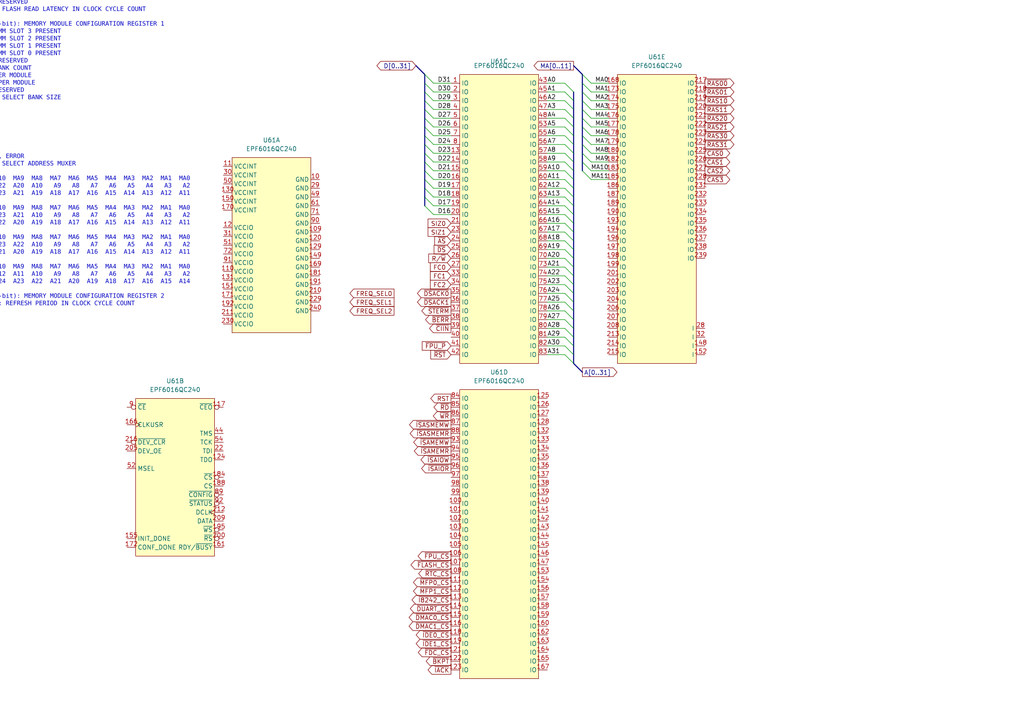
<source format=kicad_sch>
(kicad_sch (version 20230121) (generator eeschema)
  (paper "A4")
  (lib_symbols
    (symbol "m68k-hbc-ic:EPF6016QC240"
      (property "Reference" "U" (at 0 45.72 0))
      (property "Value" "EPF6016QC240" (at 0 43.18 0))
      (symbol "EPF6016QC240_1_0"
        (pin power_in line (at 13.97 5.08 180) (length 2.54) (name "GND") (number "109"))
        (pin power_in line (at -13.97 -6.35 0) (length 2.54) (name "VCCIO") (number "110"))
        (pin power_in line (at -13.97 6.35 0) (length 2.54) (name "VCCIO") (number "12"))
        (pin power_in line (at 13.97 2.54 180) (length 2.54) (name "GND") (number "120"))
        (pin power_in line (at 13.97 0 180) (length 2.54) (name "GND") (number "129"))
        (pin power_in line (at -13.97 -8.89 0) (length 2.54) (name "VCCIO") (number "131"))
        (pin power_in line (at 13.97 -2.54 180) (length 2.54) (name "GND") (number "149"))
        (pin power_in line (at -13.97 -11.43 0) (length 2.54) (name "VCCIO") (number "151"))
        (pin power_in line (at 13.97 -5.08 180) (length 2.54) (name "GND") (number "169"))
        (pin power_in line (at -13.97 -13.97 0) (length 2.54) (name "VCCIO") (number "171"))
        (pin power_in line (at 13.97 -10.16 180) (length 2.54) (name "GND") (number "191"))
        (pin power_in line (at -13.97 -16.51 0) (length 2.54) (name "VCCIO") (number "192"))
        (pin power_in line (at 13.97 -15.24 180) (length 2.54) (name "GND") (number "229"))
        (pin power_in line (at -13.97 -21.59 0) (length 2.54) (name "VCCIO") (number "230"))
        (pin power_in line (at 13.97 17.78 180) (length 2.54) (name "GND") (number "29"))
        (pin power_in line (at -13.97 21.59 0) (length 2.54) (name "VCCINT") (number "30"))
        (pin power_in line (at -13.97 3.81 0) (length 2.54) (name "VCCIO") (number "31"))
        (pin power_in line (at 13.97 15.24 180) (length 2.54) (name "GND") (number "49"))
        (pin power_in line (at -13.97 19.05 0) (length 2.54) (name "VCCINT") (number "50"))
        (pin power_in line (at -13.97 1.27 0) (length 2.54) (name "VCCIO") (number "51"))
        (pin power_in line (at 13.97 12.7 180) (length 2.54) (name "GND") (number "61"))
        (pin power_in line (at 13.97 10.16 180) (length 2.54) (name "GND") (number "71"))
        (pin power_in line (at -13.97 -1.27 0) (length 2.54) (name "VCCIO") (number "72"))
      )
      (symbol "EPF6016QC240_1_1"
        (rectangle (start -11.43 26.67) (end 11.43 -24.13) (fill (type background)))
        (pin power_in line (at 13.97 20.32 180) (length 2.54) (name "GND") (number "10"))
        (pin power_in line (at -13.97 24.13 0) (length 2.54) (name "VCCINT") (number "11"))
        (pin power_in line (at -13.97 16.51 0) (length 2.54) (name "VCCINT") (number "130"))
        (pin power_in line (at -13.97 13.97 0) (length 2.54) (name "VCCINT") (number "150"))
        (pin power_in line (at -13.97 11.43 0) (length 2.54) (name "VCCINT") (number "170"))
        (pin power_in line (at 13.97 -7.62 180) (length 2.54) (name "GND") (number "181"))
        (pin power_in line (at 13.97 -12.7 180) (length 2.54) (name "GND") (number "210"))
        (pin power_in line (at -13.97 -19.05 0) (length 2.54) (name "VCCIO") (number "211"))
        (pin power_in line (at 13.97 -17.78 180) (length 2.54) (name "GND") (number "240"))
        (pin power_in line (at 13.97 7.62 180) (length 2.54) (name "GND") (number "90"))
        (pin power_in line (at -13.97 -3.81 0) (length 2.54) (name "VCCIO") (number "91"))
      )
      (symbol "EPF6016QC240_2_0"
        (pin output inverted (at 13.97 20.32 180) (length 2.54) (name "~{CEO}") (number "117"))
        (pin bidirectional line (at 13.97 -20.32 180) (length 2.54) (name "RDY/~{BUSY}") (number "161"))
        (pin input clock (at -13.97 15.24 0) (length 2.54) (name "CLKUSR") (number "166"))
        (pin bidirectional line (at -13.97 -20.32 0) (length 2.54) (name "CONF_DONE") (number "172"))
        (pin bidirectional inverted (at 13.97 0 180) (length 2.54) (name "~{CS}") (number "184"))
        (pin bidirectional inverted (at 13.97 -15.24 180) (length 2.54) (name "~{WS}") (number "195"))
        (pin bidirectional inverted (at 13.97 -17.78 180) (length 2.54) (name "~{RS}") (number "200"))
        (pin input line (at 13.97 12.7 180) (length 2.54) (name "TMS") (number "44"))
        (pin input line (at 13.97 10.16 180) (length 2.54) (name "TCK") (number "54"))
        (pin input inverted (at -13.97 20.32 0) (length 2.54) (name "~{CE}") (number "9"))
      )
      (symbol "EPF6016QC240_2_1"
        (rectangle (start -11.43 22.86) (end 11.43 -22.86) (fill (type background)))
        (pin output line (at 13.97 5.08 180) (length 2.54) (name "TDO") (number "124"))
        (pin bidirectional line (at -13.97 -17.78 0) (length 2.54) (name "INIT_DONE") (number "155"))
        (pin bidirectional line (at 13.97 -2.54 180) (length 2.54) (name "CS") (number "188"))
        (pin bidirectional line (at -13.97 7.62 0) (length 2.54) (name "DEV_OE") (number "205"))
        (pin input line (at 13.97 -12.7 180) (length 2.54) (name "DATA") (number "209"))
        (pin bidirectional clock (at 13.97 -10.16 180) (length 2.54) (name "DCLK") (number "212"))
        (pin bidirectional inverted (at -13.97 10.16 0) (length 2.54) (name "~{DEV_CLR}") (number "216"))
        (pin input line (at 13.97 7.62 180) (length 2.54) (name "TDI") (number "22"))
        (pin input line (at -13.97 2.54 0) (length 2.54) (name "MSEL") (number "52"))
        (pin bidirectional inverted (at 13.97 -5.08 180) (length 2.54) (name "~{CONFIG}") (number "89"))
        (pin bidirectional inverted (at 13.97 -7.62 180) (length 2.54) (name "~{STATUS}") (number "92"))
      )
      (symbol "EPF6016QC240_3_0"
        (pin bidirectional line (at -13.97 39.37 0) (length 2.54) (name "IO") (number "1"))
        (pin bidirectional line (at -13.97 19.05 0) (length 2.54) (name "IO") (number "13"))
        (pin bidirectional line (at -13.97 16.51 0) (length 2.54) (name "IO") (number "14"))
        (pin bidirectional line (at -13.97 13.97 0) (length 2.54) (name "IO") (number "15"))
        (pin bidirectional line (at -13.97 8.89 0) (length 2.54) (name "IO") (number "17"))
        (pin bidirectional line (at -13.97 6.35 0) (length 2.54) (name "IO") (number "18"))
        (pin bidirectional line (at -13.97 3.81 0) (length 2.54) (name "IO") (number "19"))
        (pin bidirectional line (at -13.97 -1.27 0) (length 2.54) (name "IO") (number "21"))
        (pin bidirectional line (at -13.97 -6.35 0) (length 2.54) (name "IO") (number "24"))
        (pin bidirectional line (at -13.97 -8.89 0) (length 2.54) (name "IO") (number "25"))
        (pin bidirectional line (at -13.97 -16.51 0) (length 2.54) (name "IO") (number "33"))
        (pin bidirectional line (at -13.97 -19.05 0) (length 2.54) (name "IO") (number "34"))
        (pin bidirectional line (at -13.97 -21.59 0) (length 2.54) (name "IO") (number "35"))
        (pin bidirectional line (at -13.97 -24.13 0) (length 2.54) (name "IO") (number "36"))
        (pin bidirectional line (at -13.97 -29.21 0) (length 2.54) (name "IO") (number "38"))
        (pin bidirectional line (at -13.97 -31.75 0) (length 2.54) (name "IO") (number "39"))
        (pin bidirectional line (at -13.97 -34.29 0) (length 2.54) (name "IO") (number "40"))
        (pin bidirectional line (at -13.97 -36.83 0) (length 2.54) (name "IO") (number "41"))
        (pin bidirectional line (at 13.97 39.37 180) (length 2.54) (name "IO") (number "43"))
        (pin bidirectional line (at 13.97 36.83 180) (length 2.54) (name "IO") (number "45"))
        (pin bidirectional line (at 13.97 34.29 180) (length 2.54) (name "IO") (number "46"))
        (pin bidirectional line (at 13.97 29.21 180) (length 2.54) (name "IO") (number "48"))
        (pin bidirectional line (at 13.97 26.67 180) (length 2.54) (name "IO") (number "53"))
        (pin bidirectional line (at 13.97 24.13 180) (length 2.54) (name "IO") (number "55"))
        (pin bidirectional line (at 13.97 21.59 180) (length 2.54) (name "IO") (number "56"))
        (pin bidirectional line (at -13.97 26.67 0) (length 2.54) (name "IO") (number "6"))
        (pin bidirectional line (at 13.97 8.89 180) (length 2.54) (name "IO") (number "62"))
        (pin bidirectional line (at 13.97 6.35 180) (length 2.54) (name "IO") (number "63"))
        (pin bidirectional line (at 13.97 3.81 180) (length 2.54) (name "IO") (number "64"))
        (pin bidirectional line (at 13.97 1.27 180) (length 2.54) (name "IO") (number "65"))
        (pin bidirectional line (at 13.97 -1.27 180) (length 2.54) (name "IO") (number "66"))
        (pin bidirectional line (at 13.97 -3.81 180) (length 2.54) (name "IO") (number "67"))
        (pin bidirectional line (at 13.97 -6.35 180) (length 2.54) (name "IO") (number "68"))
        (pin bidirectional line (at -13.97 24.13 0) (length 2.54) (name "IO") (number "7"))
        (pin bidirectional line (at 13.97 -11.43 180) (length 2.54) (name "IO") (number "70"))
        (pin bidirectional line (at 13.97 -16.51 180) (length 2.54) (name "IO") (number "74"))
        (pin bidirectional line (at 13.97 -19.05 180) (length 2.54) (name "IO") (number "75"))
        (pin bidirectional line (at 13.97 -26.67 180) (length 2.54) (name "IO") (number "78"))
        (pin bidirectional line (at 13.97 -29.21 180) (length 2.54) (name "IO") (number "79"))
        (pin bidirectional line (at -13.97 21.59 0) (length 2.54) (name "IO") (number "8"))
        (pin bidirectional line (at 13.97 -31.75 180) (length 2.54) (name "IO") (number "80"))
        (pin bidirectional line (at 13.97 -34.29 180) (length 2.54) (name "IO") (number "81"))
        (pin bidirectional line (at 13.97 -36.83 180) (length 2.54) (name "IO") (number "82"))
        (pin bidirectional line (at 13.97 -39.37 180) (length 2.54) (name "IO") (number "83"))
      )
      (symbol "EPF6016QC240_3_1"
        (rectangle (start -11.43 41.91) (end 11.43 -41.91) (fill (type background)))
        (pin bidirectional line (at -13.97 11.43 0) (length 2.54) (name "IO") (number "16"))
        (pin bidirectional line (at -13.97 36.83 0) (length 2.54) (name "IO") (number "2"))
        (pin bidirectional line (at -13.97 1.27 0) (length 2.54) (name "IO") (number "20"))
        (pin bidirectional line (at -13.97 -3.81 0) (length 2.54) (name "IO") (number "23"))
        (pin bidirectional line (at -13.97 -11.43 0) (length 2.54) (name "IO") (number "26"))
        (pin bidirectional line (at -13.97 -13.97 0) (length 2.54) (name "IO") (number "27"))
        (pin bidirectional line (at -13.97 34.29 0) (length 2.54) (name "IO") (number "3"))
        (pin bidirectional line (at -13.97 -26.67 0) (length 2.54) (name "IO") (number "37"))
        (pin bidirectional line (at -13.97 31.75 0) (length 2.54) (name "IO") (number "4"))
        (pin bidirectional line (at -13.97 -39.37 0) (length 2.54) (name "IO") (number "42"))
        (pin bidirectional line (at 13.97 31.75 180) (length 2.54) (name "IO") (number "47"))
        (pin bidirectional line (at -13.97 29.21 0) (length 2.54) (name "IO") (number "5"))
        (pin bidirectional line (at 13.97 19.05 180) (length 2.54) (name "IO") (number "57"))
        (pin bidirectional line (at 13.97 16.51 180) (length 2.54) (name "IO") (number "58"))
        (pin bidirectional line (at 13.97 13.97 180) (length 2.54) (name "IO") (number "59"))
        (pin bidirectional line (at 13.97 11.43 180) (length 2.54) (name "IO") (number "60"))
        (pin bidirectional line (at 13.97 -8.89 180) (length 2.54) (name "IO") (number "69"))
        (pin bidirectional line (at 13.97 -13.97 180) (length 2.54) (name "IO") (number "73"))
        (pin bidirectional line (at 13.97 -21.59 180) (length 2.54) (name "IO") (number "76"))
        (pin bidirectional line (at 13.97 -24.13 180) (length 2.54) (name "IO") (number "77"))
      )
      (symbol "EPF6016QC240_4_0"
        (pin bidirectional line (at -13.97 8.89 0) (length 2.54) (name "IO") (number "100"))
        (pin bidirectional line (at -13.97 6.35 0) (length 2.54) (name "IO") (number "101"))
        (pin bidirectional line (at -13.97 3.81 0) (length 2.54) (name "IO") (number "102"))
        (pin bidirectional line (at -13.97 1.27 0) (length 2.54) (name "IO") (number "103"))
        (pin bidirectional line (at -13.97 -3.81 0) (length 2.54) (name "IO") (number "105"))
        (pin bidirectional line (at -13.97 -6.35 0) (length 2.54) (name "IO") (number "106"))
        (pin bidirectional line (at -13.97 -8.89 0) (length 2.54) (name "IO") (number "107"))
        (pin bidirectional line (at -13.97 -11.43 0) (length 2.54) (name "IO") (number "108"))
        (pin bidirectional line (at -13.97 -13.97 0) (length 2.54) (name "IO") (number "111"))
        (pin bidirectional line (at -13.97 -19.05 0) (length 2.54) (name "IO") (number "113"))
        (pin bidirectional line (at -13.97 -21.59 0) (length 2.54) (name "IO") (number "114"))
        (pin bidirectional line (at -13.97 -24.13 0) (length 2.54) (name "IO") (number "115"))
        (pin bidirectional line (at -13.97 -26.67 0) (length 2.54) (name "IO") (number "116"))
        (pin bidirectional line (at -13.97 -29.21 0) (length 2.54) (name "IO") (number "118"))
        (pin bidirectional line (at -13.97 -31.75 0) (length 2.54) (name "IO") (number "119"))
        (pin bidirectional line (at 13.97 36.83 180) (length 2.54) (name "IO") (number "126"))
        (pin bidirectional line (at 13.97 34.29 180) (length 2.54) (name "IO") (number "127"))
        (pin bidirectional line (at 13.97 31.75 180) (length 2.54) (name "IO") (number "128"))
        (pin bidirectional line (at 13.97 29.21 180) (length 2.54) (name "IO") (number "132"))
        (pin bidirectional line (at 13.97 26.67 180) (length 2.54) (name "IO") (number "133"))
        (pin bidirectional line (at 13.97 24.13 180) (length 2.54) (name "IO") (number "134"))
        (pin bidirectional line (at 13.97 19.05 180) (length 2.54) (name "IO") (number "136"))
        (pin bidirectional line (at 13.97 16.51 180) (length 2.54) (name "IO") (number "137"))
        (pin bidirectional line (at 13.97 13.97 180) (length 2.54) (name "IO") (number "138"))
        (pin bidirectional line (at 13.97 11.43 180) (length 2.54) (name "IO") (number "139"))
        (pin bidirectional line (at 13.97 6.35 180) (length 2.54) (name "IO") (number "141"))
        (pin bidirectional line (at 13.97 3.81 180) (length 2.54) (name "IO") (number "142"))
        (pin bidirectional line (at 13.97 1.27 180) (length 2.54) (name "IO") (number "143"))
        (pin bidirectional line (at 13.97 -1.27 180) (length 2.54) (name "IO") (number "144"))
        (pin bidirectional line (at 13.97 -6.35 180) (length 2.54) (name "IO") (number "146"))
        (pin bidirectional line (at 13.97 -8.89 180) (length 2.54) (name "IO") (number "147"))
        (pin bidirectional line (at 13.97 -11.43 180) (length 2.54) (name "IO") (number "153"))
        (pin bidirectional line (at 13.97 -13.97 180) (length 2.54) (name "IO") (number "154"))
        (pin bidirectional line (at 13.97 -16.51 180) (length 2.54) (name "IO") (number "156"))
        (pin bidirectional line (at 13.97 -19.05 180) (length 2.54) (name "IO") (number "157"))
        (pin bidirectional line (at 13.97 -21.59 180) (length 2.54) (name "IO") (number "158"))
        (pin bidirectional line (at 13.97 -29.21 180) (length 2.54) (name "IO") (number "162"))
        (pin bidirectional line (at 13.97 -31.75 180) (length 2.54) (name "IO") (number "163"))
        (pin bidirectional line (at 13.97 -34.29 180) (length 2.54) (name "IO") (number "164"))
        (pin bidirectional line (at 13.97 -39.37 180) (length 2.54) (name "IO") (number "167"))
        (pin bidirectional line (at -13.97 39.37 0) (length 2.54) (name "IO") (number "84"))
        (pin bidirectional line (at -13.97 34.29 0) (length 2.54) (name "IO") (number "86"))
        (pin bidirectional line (at -13.97 31.75 0) (length 2.54) (name "IO") (number "87"))
        (pin bidirectional line (at -13.97 29.21 0) (length 2.54) (name "IO") (number "88"))
        (pin bidirectional line (at -13.97 24.13 0) (length 2.54) (name "IO") (number "94"))
        (pin bidirectional line (at -13.97 21.59 0) (length 2.54) (name "IO") (number "95"))
        (pin bidirectional line (at -13.97 16.51 0) (length 2.54) (name "IO") (number "97"))
        (pin bidirectional line (at -13.97 13.97 0) (length 2.54) (name "IO") (number "98"))
        (pin bidirectional line (at -13.97 11.43 0) (length 2.54) (name "IO") (number "99"))
      )
      (symbol "EPF6016QC240_4_1"
        (rectangle (start -11.43 41.91) (end 11.43 -41.91) (fill (type background)))
        (pin bidirectional line (at -13.97 -1.27 0) (length 2.54) (name "IO") (number "104"))
        (pin bidirectional line (at -13.97 -16.51 0) (length 2.54) (name "IO") (number "112"))
        (pin bidirectional line (at -13.97 -34.29 0) (length 2.54) (name "IO") (number "121"))
        (pin bidirectional line (at -13.97 -36.83 0) (length 2.54) (name "IO") (number "122"))
        (pin bidirectional line (at -13.97 -39.37 0) (length 2.54) (name "IO") (number "123"))
        (pin bidirectional line (at 13.97 39.37 180) (length 2.54) (name "IO") (number "125"))
        (pin bidirectional line (at 13.97 21.59 180) (length 2.54) (name "IO") (number "135"))
        (pin bidirectional line (at 13.97 8.89 180) (length 2.54) (name "IO") (number "140"))
        (pin bidirectional line (at 13.97 -3.81 180) (length 2.54) (name "IO") (number "145"))
        (pin bidirectional line (at 13.97 -24.13 180) (length 2.54) (name "IO") (number "159"))
        (pin bidirectional line (at 13.97 -26.67 180) (length 2.54) (name "IO") (number "160"))
        (pin bidirectional line (at 13.97 -36.83 180) (length 2.54) (name "IO") (number "165"))
        (pin bidirectional line (at -13.97 36.83 0) (length 2.54) (name "IO") (number "85"))
        (pin bidirectional line (at -13.97 26.67 0) (length 2.54) (name "IO") (number "93"))
        (pin bidirectional line (at -13.97 19.05 0) (length 2.54) (name "IO") (number "96"))
      )
      (symbol "EPF6016QC240_5_0"
        (pin input line (at 13.97 -36.83 180) (length 2.54) (name "I") (number "148"))
        (pin input line (at 13.97 -39.37 180) (length 2.54) (name "I") (number "152"))
        (pin bidirectional line (at -13.97 39.37 0) (length 2.54) (name "IO") (number "168"))
        (pin bidirectional line (at -13.97 36.83 0) (length 2.54) (name "IO") (number "173"))
        (pin bidirectional line (at -13.97 34.29 0) (length 2.54) (name "IO") (number "174"))
        (pin bidirectional line (at -13.97 31.75 0) (length 2.54) (name "IO") (number "175"))
        (pin bidirectional line (at -13.97 6.35 0) (length 2.54) (name "IO") (number "187"))
        (pin bidirectional line (at -13.97 -1.27 0) (length 2.54) (name "IO") (number "193"))
        (pin bidirectional line (at -13.97 -3.81 0) (length 2.54) (name "IO") (number "194"))
        (pin bidirectional line (at -13.97 -6.35 0) (length 2.54) (name "IO") (number "196"))
        (pin bidirectional line (at -13.97 -11.43 0) (length 2.54) (name "IO") (number "198"))
        (pin bidirectional line (at -13.97 -13.97 0) (length 2.54) (name "IO") (number "199"))
        (pin bidirectional line (at -13.97 -16.51 0) (length 2.54) (name "IO") (number "201"))
        (pin bidirectional line (at -13.97 -19.05 0) (length 2.54) (name "IO") (number "202"))
        (pin bidirectional line (at -13.97 -21.59 0) (length 2.54) (name "IO") (number "203"))
        (pin bidirectional line (at -13.97 -24.13 0) (length 2.54) (name "IO") (number "204"))
        (pin bidirectional line (at -13.97 -26.67 0) (length 2.54) (name "IO") (number "206"))
        (pin bidirectional line (at -13.97 -29.21 0) (length 2.54) (name "IO") (number "207"))
        (pin bidirectional line (at -13.97 -31.75 0) (length 2.54) (name "IO") (number "208"))
        (pin bidirectional line (at -13.97 -36.83 0) (length 2.54) (name "IO") (number "214"))
        (pin bidirectional line (at -13.97 -39.37 0) (length 2.54) (name "IO") (number "215"))
        (pin bidirectional line (at 13.97 39.37 180) (length 2.54) (name "IO") (number "217"))
        (pin bidirectional line (at 13.97 36.83 180) (length 2.54) (name "IO") (number "218"))
        (pin bidirectional line (at 13.97 34.29 180) (length 2.54) (name "IO") (number "219"))
        (pin bidirectional line (at 13.97 31.75 180) (length 2.54) (name "IO") (number "220"))
        (pin bidirectional line (at 13.97 29.21 180) (length 2.54) (name "IO") (number "221"))
        (pin bidirectional line (at 13.97 26.67 180) (length 2.54) (name "IO") (number "222"))
        (pin bidirectional line (at 13.97 24.13 180) (length 2.54) (name "IO") (number "223"))
        (pin bidirectional line (at 13.97 19.05 180) (length 2.54) (name "IO") (number "225"))
        (pin bidirectional line (at 13.97 16.51 180) (length 2.54) (name "IO") (number "226"))
        (pin bidirectional line (at 13.97 13.97 180) (length 2.54) (name "IO") (number "227"))
        (pin bidirectional line (at 13.97 11.43 180) (length 2.54) (name "IO") (number "228"))
        (pin bidirectional line (at 13.97 8.89 180) (length 2.54) (name "IO") (number "231"))
        (pin bidirectional line (at 13.97 3.81 180) (length 2.54) (name "IO") (number "233"))
        (pin bidirectional line (at 13.97 1.27 180) (length 2.54) (name "IO") (number "234"))
        (pin bidirectional line (at 13.97 -1.27 180) (length 2.54) (name "IO") (number "235"))
        (pin bidirectional line (at 13.97 -6.35 180) (length 2.54) (name "IO") (number "237"))
        (pin input line (at 13.97 -31.75 180) (length 2.54) (name "I") (number "28"))
      )
      (symbol "EPF6016QC240_5_1"
        (rectangle (start -11.43 41.91) (end 11.43 -41.91) (fill (type background)))
        (pin bidirectional line (at -13.97 29.21 0) (length 2.54) (name "IO") (number "176"))
        (pin bidirectional line (at -13.97 26.67 0) (length 2.54) (name "IO") (number "177"))
        (pin bidirectional line (at -13.97 24.13 0) (length 2.54) (name "IO") (number "178"))
        (pin bidirectional line (at -13.97 21.59 0) (length 2.54) (name "IO") (number "179"))
        (pin bidirectional line (at -13.97 19.05 0) (length 2.54) (name "IO") (number "180"))
        (pin bidirectional line (at -13.97 16.51 0) (length 2.54) (name "IO") (number "182"))
        (pin bidirectional line (at -13.97 13.97 0) (length 2.54) (name "IO") (number "183"))
        (pin bidirectional line (at -13.97 11.43 0) (length 2.54) (name "IO") (number "185"))
        (pin bidirectional line (at -13.97 8.89 0) (length 2.54) (name "IO") (number "186"))
        (pin bidirectional line (at -13.97 3.81 0) (length 2.54) (name "IO") (number "189"))
        (pin bidirectional line (at -13.97 1.27 0) (length 2.54) (name "IO") (number "190"))
        (pin bidirectional line (at -13.97 -8.89 0) (length 2.54) (name "IO") (number "197"))
        (pin bidirectional line (at -13.97 -34.29 0) (length 2.54) (name "IO") (number "213"))
        (pin bidirectional line (at 13.97 21.59 180) (length 2.54) (name "IO") (number "224"))
        (pin bidirectional line (at 13.97 6.35 180) (length 2.54) (name "IO") (number "232"))
        (pin bidirectional line (at 13.97 -3.81 180) (length 2.54) (name "IO") (number "236"))
        (pin bidirectional line (at 13.97 -8.89 180) (length 2.54) (name "IO") (number "238"))
        (pin bidirectional line (at 13.97 -11.43 180) (length 2.54) (name "IO") (number "239"))
        (pin input line (at 13.97 -34.29 180) (length 2.54) (name "I") (number "32"))
      )
    )
  )
  (bus_entry (at 171.45 24.13) (size -2.54 -2.54))
  (bus_entry (at 163.83 46.99) (size 2.54 2.54))
  (bus_entry (at 163.83 52.07) (size 2.54 2.54))
  (bus_entry (at 171.45 41.91) (size -2.54 -2.54))
  (bus_entry (at 125.73 46.99) (size -2.54 -2.54))
  (bus_entry (at 171.45 46.99) (size -2.54 -2.54))
  (bus_entry (at 171.45 39.37) (size -2.54 -2.54))
  (bus_entry (at 163.83 100.33) (size 2.54 2.54))
  (bus_entry (at 125.73 57.15) (size -2.54 -2.54))
  (bus_entry (at 163.83 74.93) (size 2.54 2.54))
  (bus_entry (at 125.73 31.75) (size -2.54 -2.54))
  (bus_entry (at 163.83 85.09) (size 2.54 2.54))
  (bus_entry (at 163.83 67.31) (size 2.54 2.54))
  (bus_entry (at 163.83 54.61) (size 2.54 2.54))
  (bus_entry (at 171.45 44.45) (size -2.54 -2.54))
  (bus_entry (at 163.83 31.75) (size 2.54 2.54))
  (bus_entry (at 125.73 36.83) (size -2.54 -2.54))
  (bus_entry (at 163.83 57.15) (size 2.54 2.54))
  (bus_entry (at 163.83 97.79) (size 2.54 2.54))
  (bus_entry (at 171.45 52.07) (size -2.54 -2.54))
  (bus_entry (at 163.83 95.25) (size 2.54 2.54))
  (bus_entry (at 125.73 26.67) (size -2.54 -2.54))
  (bus_entry (at 163.83 77.47) (size 2.54 2.54))
  (bus_entry (at 171.45 31.75) (size -2.54 -2.54))
  (bus_entry (at 125.73 41.91) (size -2.54 -2.54))
  (bus_entry (at 163.83 64.77) (size 2.54 2.54))
  (bus_entry (at 163.83 39.37) (size 2.54 2.54))
  (bus_entry (at 163.83 80.01) (size 2.54 2.54))
  (bus_entry (at 163.83 87.63) (size 2.54 2.54))
  (bus_entry (at 163.83 72.39) (size 2.54 2.54))
  (bus_entry (at 125.73 34.29) (size -2.54 -2.54))
  (bus_entry (at 171.45 36.83) (size -2.54 -2.54))
  (bus_entry (at 163.83 41.91) (size 2.54 2.54))
  (bus_entry (at 163.83 92.71) (size 2.54 2.54))
  (bus_entry (at 163.83 82.55) (size 2.54 2.54))
  (bus_entry (at 163.83 69.85) (size 2.54 2.54))
  (bus_entry (at 163.83 59.69) (size 2.54 2.54))
  (bus_entry (at 171.45 29.21) (size -2.54 -2.54))
  (bus_entry (at 125.73 24.13) (size -2.54 -2.54))
  (bus_entry (at 163.83 49.53) (size 2.54 2.54))
  (bus_entry (at 163.83 26.67) (size 2.54 2.54))
  (bus_entry (at 125.73 44.45) (size -2.54 -2.54))
  (bus_entry (at 163.83 29.21) (size 2.54 2.54))
  (bus_entry (at 125.73 59.69) (size -2.54 -2.54))
  (bus_entry (at 163.83 102.87) (size 2.54 2.54))
  (bus_entry (at 163.83 62.23) (size 2.54 2.54))
  (bus_entry (at 163.83 90.17) (size 2.54 2.54))
  (bus_entry (at 171.45 49.53) (size -2.54 -2.54))
  (bus_entry (at 125.73 39.37) (size -2.54 -2.54))
  (bus_entry (at 125.73 49.53) (size -2.54 -2.54))
  (bus_entry (at 163.83 24.13) (size 2.54 2.54))
  (bus_entry (at 125.73 29.21) (size -2.54 -2.54))
  (bus_entry (at 125.73 62.23) (size -2.54 -2.54))
  (bus_entry (at 171.45 26.67) (size -2.54 -2.54))
  (bus_entry (at 163.83 36.83) (size 2.54 2.54))
  (bus_entry (at 171.45 34.29) (size -2.54 -2.54))
  (bus_entry (at 125.73 52.07) (size -2.54 -2.54))
  (bus_entry (at 163.83 44.45) (size 2.54 2.54))
  (bus_entry (at 125.73 54.61) (size -2.54 -2.54))
  (bus_entry (at 163.83 34.29) (size 2.54 2.54))
  (bus (pts (xy 123.19 21.59) (xy 120.65 19.05)))
  (wire (pts (xy 125.73 26.67) (xy 130.81 26.67)))
  (wire (pts (xy 171.45 24.13) (xy 176.53 24.13)))
  (bus (pts (xy 166.37 82.55) (xy 166.37 85.09)))
  (wire (pts (xy 125.73 34.29) (xy 130.81 34.29)))
  (bus (pts (xy 166.37 36.83) (xy 166.37 39.37)))
  (wire (pts (xy 163.83 67.31) (xy 158.75 67.31)))
  (bus (pts (xy 166.37 72.39) (xy 166.37 74.93)))
  (bus (pts (xy 123.19 52.07) (xy 123.19 49.53)))
  (bus (pts (xy 166.37 80.01) (xy 166.37 82.55)))
  (bus (pts (xy 166.37 100.33) (xy 166.37 102.87)))
  (bus (pts (xy 166.37 87.63) (xy 166.37 90.17)))
  (wire (pts (xy 163.83 77.47) (xy 158.75 77.47)))
  (wire (pts (xy 125.73 59.69) (xy 130.81 59.69)))
  (wire (pts (xy 125.73 46.99) (xy 130.81 46.99)))
  (wire (pts (xy 171.45 46.99) (xy 176.53 46.99)))
  (wire (pts (xy 125.73 44.45) (xy 130.81 44.45)))
  (wire (pts (xy 163.83 54.61) (xy 158.75 54.61)))
  (wire (pts (xy 163.83 74.93) (xy 158.75 74.93)))
  (bus (pts (xy 168.91 46.99) (xy 168.91 44.45)))
  (bus (pts (xy 166.37 29.21) (xy 166.37 31.75)))
  (wire (pts (xy 163.83 36.83) (xy 158.75 36.83)))
  (wire (pts (xy 125.73 31.75) (xy 130.81 31.75)))
  (wire (pts (xy 125.73 36.83) (xy 130.81 36.83)))
  (wire (pts (xy 163.83 24.13) (xy 158.75 24.13)))
  (bus (pts (xy 166.37 39.37) (xy 166.37 41.91)))
  (bus (pts (xy 166.37 52.07) (xy 166.37 54.61)))
  (bus (pts (xy 166.37 57.15) (xy 166.37 59.69)))
  (bus (pts (xy 166.37 74.93) (xy 166.37 77.47)))
  (bus (pts (xy 166.37 44.45) (xy 166.37 46.99)))
  (bus (pts (xy 123.19 59.69) (xy 123.19 57.15)))
  (bus (pts (xy 166.37 26.67) (xy 166.37 29.21)))
  (wire (pts (xy 171.45 41.91) (xy 176.53 41.91)))
  (bus (pts (xy 166.37 19.05) (xy 168.91 21.59)))
  (bus (pts (xy 166.37 90.17) (xy 166.37 92.71)))
  (wire (pts (xy 171.45 52.07) (xy 176.53 52.07)))
  (bus (pts (xy 123.19 41.91) (xy 123.19 39.37)))
  (wire (pts (xy 163.83 92.71) (xy 158.75 92.71)))
  (bus (pts (xy 168.91 39.37) (xy 168.91 36.83)))
  (wire (pts (xy 163.83 44.45) (xy 158.75 44.45)))
  (wire (pts (xy 171.45 31.75) (xy 176.53 31.75)))
  (wire (pts (xy 163.83 34.29) (xy 158.75 34.29)))
  (wire (pts (xy 125.73 41.91) (xy 130.81 41.91)))
  (bus (pts (xy 166.37 67.31) (xy 166.37 69.85)))
  (wire (pts (xy 163.83 82.55) (xy 158.75 82.55)))
  (wire (pts (xy 163.83 59.69) (xy 158.75 59.69)))
  (bus (pts (xy 168.91 31.75) (xy 168.91 29.21)))
  (wire (pts (xy 163.83 29.21) (xy 158.75 29.21)))
  (bus (pts (xy 123.19 31.75) (xy 123.19 29.21)))
  (wire (pts (xy 163.83 69.85) (xy 158.75 69.85)))
  (bus (pts (xy 168.91 49.53) (xy 168.91 46.99)))
  (wire (pts (xy 125.73 57.15) (xy 130.81 57.15)))
  (wire (pts (xy 163.83 80.01) (xy 158.75 80.01)))
  (wire (pts (xy 163.83 26.67) (xy 158.75 26.67)))
  (bus (pts (xy 168.91 36.83) (xy 168.91 34.29)))
  (wire (pts (xy 163.83 62.23) (xy 158.75 62.23)))
  (wire (pts (xy 125.73 49.53) (xy 130.81 49.53)))
  (wire (pts (xy 163.83 97.79) (xy 158.75 97.79)))
  (wire (pts (xy 163.83 85.09) (xy 158.75 85.09)))
  (bus (pts (xy 166.37 54.61) (xy 166.37 57.15)))
  (bus (pts (xy 166.37 34.29) (xy 166.37 36.83)))
  (bus (pts (xy 166.37 95.25) (xy 166.37 97.79)))
  (bus (pts (xy 123.19 46.99) (xy 123.19 44.45)))
  (wire (pts (xy 163.83 41.91) (xy 158.75 41.91)))
  (bus (pts (xy 166.37 62.23) (xy 166.37 64.77)))
  (wire (pts (xy 163.83 87.63) (xy 158.75 87.63)))
  (wire (pts (xy 163.83 52.07) (xy 158.75 52.07)))
  (bus (pts (xy 123.19 49.53) (xy 123.19 46.99)))
  (bus (pts (xy 123.19 54.61) (xy 123.19 52.07)))
  (wire (pts (xy 163.83 100.33) (xy 158.75 100.33)))
  (bus (pts (xy 166.37 85.09) (xy 166.37 87.63)))
  (bus (pts (xy 123.19 57.15) (xy 123.19 54.61)))
  (wire (pts (xy 163.83 57.15) (xy 158.75 57.15)))
  (wire (pts (xy 163.83 64.77) (xy 158.75 64.77)))
  (bus (pts (xy 166.37 97.79) (xy 166.37 100.33)))
  (wire (pts (xy 163.83 90.17) (xy 158.75 90.17)))
  (wire (pts (xy 171.45 36.83) (xy 176.53 36.83)))
  (bus (pts (xy 123.19 44.45) (xy 123.19 41.91)))
  (bus (pts (xy 168.91 34.29) (xy 168.91 31.75)))
  (wire (pts (xy 163.83 95.25) (xy 158.75 95.25)))
  (bus (pts (xy 168.91 24.13) (xy 168.91 21.59)))
  (wire (pts (xy 163.83 46.99) (xy 158.75 46.99)))
  (bus (pts (xy 166.37 92.71) (xy 166.37 95.25)))
  (wire (pts (xy 163.83 72.39) (xy 158.75 72.39)))
  (wire (pts (xy 125.73 54.61) (xy 130.81 54.61)))
  (wire (pts (xy 171.45 34.29) (xy 176.53 34.29)))
  (wire (pts (xy 163.83 49.53) (xy 158.75 49.53)))
  (bus (pts (xy 123.19 36.83) (xy 123.19 34.29)))
  (bus (pts (xy 166.37 49.53) (xy 166.37 52.07)))
  (wire (pts (xy 125.73 52.07) (xy 130.81 52.07)))
  (bus (pts (xy 168.91 29.21) (xy 168.91 26.67)))
  (bus (pts (xy 166.37 31.75) (xy 166.37 34.29)))
  (wire (pts (xy 163.83 31.75) (xy 158.75 31.75)))
  (bus (pts (xy 166.37 102.87) (xy 166.37 105.41)))
  (bus (pts (xy 168.91 26.67) (xy 168.91 24.13)))
  (bus (pts (xy 166.37 77.47) (xy 166.37 80.01)))
  (bus (pts (xy 168.91 41.91) (xy 168.91 39.37)))
  (wire (pts (xy 125.73 62.23) (xy 130.81 62.23)))
  (wire (pts (xy 171.45 49.53) (xy 176.53 49.53)))
  (wire (pts (xy 125.73 39.37) (xy 130.81 39.37)))
  (bus (pts (xy 166.37 41.91) (xy 166.37 44.45)))
  (bus (pts (xy 166.37 46.99) (xy 166.37 49.53)))
  (bus (pts (xy 166.37 59.69) (xy 166.37 62.23)))
  (wire (pts (xy 171.45 29.21) (xy 176.53 29.21)))
  (wire (pts (xy 125.73 24.13) (xy 130.81 24.13)))
  (wire (pts (xy 163.83 102.87) (xy 158.75 102.87)))
  (wire (pts (xy 125.73 29.21) (xy 130.81 29.21)))
  (bus (pts (xy 123.19 34.29) (xy 123.19 31.75)))
  (bus (pts (xy 166.37 105.41) (xy 168.91 107.95)))
  (bus (pts (xy 123.19 26.67) (xy 123.19 24.13)))
  (wire (pts (xy 171.45 39.37) (xy 176.53 39.37)))
  (bus (pts (xy 123.19 29.21) (xy 123.19 26.67)))
  (bus (pts (xy 168.91 44.45) (xy 168.91 41.91)))
  (wire (pts (xy 171.45 44.45) (xy 176.53 44.45)))
  (wire (pts (xy 171.45 26.67) (xy 176.53 26.67)))
  (bus (pts (xy 123.19 39.37) (xy 123.19 36.83)))
  (bus (pts (xy 166.37 64.77) (xy 166.37 67.31)))
  (wire (pts (xy 163.83 39.37) (xy 158.75 39.37)))
  (bus (pts (xy 123.19 24.13) (xy 123.19 21.59)))
  (bus (pts (xy 166.37 69.85) (xy 166.37 72.39)))
  (text "MEMORY MAP\n\nMAP0:\n0x00000000-0x000FFFFF: FLASH\n0x00100000-0x????????: RAM\n0xFE000000-0xFEFFFFFF: ISA MMIO Area\n0xFF000000-0xFF0FFFFF: ISA PMIO Area\n0xFF100000-0xFFFFFFFF: MMIO Area\n\nMAP1:\n0x00000000-0x????????: RAM\n0xFE000000-0xFEFFFFFF: ISA MMIO Area\n0xFF000000-0xFF0FFFFF: ISA PMIO Area\n0xFF100000-0xFFFFFFFF: MMIO Area\n\nMMIO AREA MEMORY MAP\nBASE + 0x000000: MEMC\nBASE + 0x001000: RTC\nBASE + 0x002000: MFP0\nBASE + 0x003000: MFP1\nBASE + 0x004000: i8242\nBASE + 0x005000: DUART\nBASE + 0x006000: DMAC0\nBASE + 0x007000: DMAC1\nBASE + 0x008000: ATA_MASTER\nBASE + 0x009000: ATA_SLAVE\nBASE + 0x00A000: FDC\n\nGLUE_MEMC REGISTER MAP\n\nBASE + 0x00 (16-bit): GENREAL CONFIGURATION REGISTER\n- BIT15 (R/W): MEMORY MAP SELECT\n  0: SELECT MAP0\n  1: SELECT MAP1\n- BIT14 (R): FPU PRESENT\n  0: FPU NOT PRESENT\n  1: FPU PRESENT\n- BIT13-11 (N): RESERVED\n- BIT10-8 (R/W): CPU FREQUENCY SELECT\n  000: 33.33MHz\n  001: 80MHz\n  010: 66.67MHz\n  011: 50MHz\n  100: 40MHz\n  101: 60MHz\n  110: 25MHz\n  111: 20MHz\n- BIT7-2 (N): RESERVED\n- BIT1 (W): SOFTWARE RESET\n  0: DO NOT RESET\n  1: RESET\n- BIT0 (R): ERROR\n  0: OK\n  1: ERROR\n\nBASE + 0x02 (16-bit): FLASH CONFIGURATION REGISTER\n- BIT15-8 (N): RESERVED\n- BIT7-0 (R/W): FLASH READ LATENCY IN CLOCK CYCLE COUNT\n\nBASE + 0x04 (16-bit): MEMORY MODULE CONFIGURATION REGISTER 1\n- BIT15 (R): SIMM SLOT 3 PRESENT\n- BIT14 (R): SIMM SLOT 2 PRESENT\n- BIT13 (R): SIMM SLOT 1 PRESENT\n- BIT12 (R): SIMM SLOT 0 PRESENT\n- BIT11-8 (N): RESERVED\n- BIT7 (R/W): BANK COUNT\n  0: ONE BANK PER MODULE\n  1: TWO BANKS PER MODULE\n- BIT6-5 (N): RESERVED\n- BIT4-2 (R/W): SELECT BANK SIZE\n  000: 256kiB\n  001: 512kiB\n  010: 1MiB\n  011: 2MiB\n  100: 4MiB\n  101: 8MiB\n  110: 16MIB\n  111: RESERVED, ERROR\n- BIT1-0 (R/W): SELECT ADDRESS MUXER\n  00:\n    --- MA11 MA10  MA9  MA8  MA7  MA6  MA5  MA4  MA3  MA2  MA1  MA0\n    CAS  A24  A22  A20  A10   A9   A8   A7   A6   A5   A4   A3   A2\n    RAS  A25  A23  A21  A19  A18  A17  A16  A15  A14  A13  A12  A11\n  01:\n    --- MA11 MA10  MA9  MA8  MA7  MA6  MA5  MA4  MA3  MA2  MA1  MA0\n    CAS  A25  A23  A21  A10   A9   A8   A7   A6   A5   A4   A3   A2\n    RAS  A24  A22  A20  A19  A18  A17  A16  A15  A14  A13  A12  A11\n  10:\n    --- MA11 MA10  MA9  MA8  MA7  MA6  MA5  MA4  MA3  MA2  MA1  MA0\n    CAS  A24  A23  A22  A10   A9   A8   A7   A6   A5   A4   A3   A2\n    RAS  A25  A21  A20  A19  A18  A17  A16  A15  A14  A13  A12  A11\n  11:\n    --- MA11 MA10  MA9  MA8  MA7  MA6  MA5  MA4  MA3  MA2  MA1  MA0\n    CAS  A13  A12  A11  A10   A9   A8   A7   A6   A5   A4   A3   A2\n    RAS  A25  A24  A23  A22  A21  A20  A19  A18  A17  A16  A15  A14\n\nBASE + 0x06 (16-bit): MEMORY MODULE CONFIGURATION REGISTER 2\n- BIT15-0 (R/W): REFRESH PERIOD IN CLOCK CYCLE COUNT\n\n" (at -16.51 91.44 0) (effects (font (size 1.27 1.27)) (justify left bottom)))
  (label "MA11" (at 176.53 52.07 180))
  (label "A20" (at 158.75 74.93 0))
  (label "MA5" (at 176.53 36.83 180))
  (label "A15" (at 158.75 62.23 0))
  (label "A3" (at 158.75 31.75 0))
  (label "A12" (at 158.75 54.61 0))
  (label "A27" (at 158.75 92.71 0))
  (label "MA7" (at 176.53 41.91 180))
  (label "D17" (at 130.81 59.69 180))
  (label "A23" (at 158.75 82.55 0))
  (label "A30" (at 158.75 100.33 0))
  (label "A25" (at 158.75 87.63 0))
  (label "A16" (at 158.75 64.77 0))
  (label "A4" (at 158.75 34.29 0))
  (label "MA2" (at 176.53 29.21 180))
  (label "A21" (at 158.75 77.47 0))
  (label "A8" (at 158.75 44.45 0))
  (label "MA10" (at 176.53 49.53 180))
  (label "D21" (at 130.81 49.53 180))
  (label "A18" (at 158.75 69.85 0))
  (label "D22" (at 130.81 46.99 180))
  (label "D23" (at 130.81 44.45 180))
  (label "D16" (at 130.81 62.23 180))
  (label "D19" (at 130.81 54.61 180))
  (label "A22" (at 158.75 80.01 0))
  (label "A9" (at 158.75 46.99 0))
  (label "A17" (at 158.75 67.31 0))
  (label "D24" (at 130.81 41.91 180))
  (label "D31" (at 130.81 24.13 180))
  (label "MA8" (at 176.53 44.45 180))
  (label "D26" (at 130.81 36.83 180))
  (label "MA9" (at 176.53 46.99 180))
  (label "A6" (at 158.75 39.37 0))
  (label "D28" (at 130.81 31.75 180))
  (label "MA1" (at 176.53 26.67 180))
  (label "A13" (at 158.75 57.15 0))
  (label "A14" (at 158.75 59.69 0))
  (label "D18" (at 130.81 57.15 180))
  (label "A19" (at 158.75 72.39 0))
  (label "A24" (at 158.75 85.09 0))
  (label "A10" (at 158.75 49.53 0))
  (label "MA3" (at 176.53 31.75 180))
  (label "D25" (at 130.81 39.37 180))
  (label "MA0" (at 176.53 24.13 180))
  (label "A28" (at 158.75 95.25 0))
  (label "D27" (at 130.81 34.29 180))
  (label "D20" (at 130.81 52.07 180))
  (label "D29" (at 130.81 29.21 180))
  (label "A2" (at 158.75 29.21 0))
  (label "A7" (at 158.75 41.91 0))
  (label "MA6" (at 176.53 39.37 180))
  (label "A5" (at 158.75 36.83 0))
  (label "A1" (at 158.75 26.67 0))
  (label "MA4" (at 176.53 34.29 180))
  (label "D30" (at 130.81 26.67 180))
  (label "A11" (at 158.75 52.07 0))
  (label "A29" (at 158.75 97.79 0))
  (label "A0" (at 158.75 24.13 0))
  (label "A31" (at 158.75 102.87 0))
  (label "A26" (at 158.75 90.17 0))
  (global_label "RST" (shape output) (at 130.81 115.57 180) (property "Intersheetrefs" "${INTERSHEET_REFS}" (effects hide)))
  (global_label "~{I8242_CS}" (shape output) (at 130.81 173.99 180) (property "Intersheetrefs" "${INTERSHEET_REFS}" (effects hide)))
  (global_label "~{RD}" (shape output) (at 130.81 118.11 180) (property "Intersheetrefs" "${INTERSHEET_REFS}" (effects hide)))
  (global_label "~{BERR}" (shape output) (at 130.81 92.71 180) (property "Intersheetrefs" "${INTERSHEET_REFS}" (effects hide)))
  (global_label "~{RAS20}" (shape output) (at 204.47 34.29 0) (property "Intersheetrefs" "${INTERSHEET_REFS}" (effects hide)))
  (global_label "~{IDE1_CS}" (shape output) (at 130.81 186.69 180) (property "Intersheetrefs" "${INTERSHEET_REFS}" (effects hide)))
  (global_label "~{DMAC1_CS}" (shape output) (at 130.81 181.61 180) (property "Intersheetrefs" "${INTERSHEET_REFS}" (effects hide)))
  (global_label "~{ISASMEMW}" (shape output) (at 130.81 123.19 180) (property "Intersheetrefs" "${INTERSHEET_REFS}" (effects hide)))
  (global_label "~{MFP1_CS}" (shape output) (at 130.81 171.45 180) (property "Intersheetrefs" "${INTERSHEET_REFS}" (effects hide)))
  (global_label "~{CIIN}" (shape output) (at 130.81 95.25 180) (property "Intersheetrefs" "${INTERSHEET_REFS}" (effects hide)))
  (global_label "A[0..31]" (shape output) (at 168.91 107.95 0) (property "Intersheetrefs" "${INTERSHEET_REFS}" (effects hide)))
  (global_label "~{FDC_CS}" (shape output) (at 130.81 189.23 180) (property "Intersheetrefs" "${INTERSHEET_REFS}" (effects hide)))
  (global_label "~{IACK}" (shape output) (at 130.81 194.31 180) (property "Intersheetrefs" "${INTERSHEET_REFS}" (effects hide)))
  (global_label "~{DS}" (shape input) (at 130.81 72.39 180) (property "Intersheetrefs" "${INTERSHEET_REFS}" (effects hide)))
  (global_label "~{ISAIOR}" (shape output) (at 130.81 135.89 180) (property "Intersheetrefs" "${INTERSHEET_REFS}" (effects hide)))
  (global_label "~{DUART_CS}" (shape output) (at 130.81 176.53 180) (property "Intersheetrefs" "${INTERSHEET_REFS}" (effects hide)))
  (global_label "D[0..31]" (shape bidirectional) (at 120.65 19.05 180) (property "Intersheetrefs" "${INTERSHEET_REFS}" (effects hide)))
  (global_label "~{DSACK0}" (shape output) (at 130.81 85.09 180) (property "Intersheetrefs" "${INTERSHEET_REFS}" (effects hide)))
  (global_label "~{CAS0}" (shape output) (at 204.47 44.45 0) (property "Intersheetrefs" "${INTERSHEET_REFS}" (effects hide)))
  (global_label "~{CAS1}" (shape output) (at 204.47 46.99 0) (property "Intersheetrefs" "${INTERSHEET_REFS}" (effects hide)))
  (global_label "~{CAS3}" (shape output) (at 204.47 52.07 0) (property "Intersheetrefs" "${INTERSHEET_REFS}" (effects hide)))
  (global_label "~{IDE0_CS}" (shape output) (at 130.81 184.15 180) (property "Intersheetrefs" "${INTERSHEET_REFS}" (effects hide)))
  (global_label "~{DSACK1}" (shape output) (at 130.81 87.63 180) (property "Intersheetrefs" "${INTERSHEET_REFS}" (effects hide)))
  (global_label "SIZ0" (shape input) (at 130.81 64.77 180) (property "Intersheetrefs" "${INTERSHEET_REFS}" (effects hide)))
  (global_label "~{RAS31}" (shape output) (at 204.47 41.91 0) (property "Intersheetrefs" "${INTERSHEET_REFS}" (effects hide)))
  (global_label "~{RAS21}" (shape output) (at 204.47 36.83 0) (property "Intersheetrefs" "${INTERSHEET_REFS}" (effects hide)))
  (global_label "~{RAS30}" (shape output) (at 204.47 39.37 0) (property "Intersheetrefs" "${INTERSHEET_REFS}" (effects hide)))
  (global_label "~{CAS2}" (shape output) (at 204.47 49.53 0) (property "Intersheetrefs" "${INTERSHEET_REFS}" (effects hide)))
  (global_label "SIZ1" (shape input) (at 130.81 67.31 180) (property "Intersheetrefs" "${INTERSHEET_REFS}" (effects hide)))
  (global_label "~{WR}" (shape output) (at 130.81 120.65 180) (property "Intersheetrefs" "${INTERSHEET_REFS}" (effects hide)))
  (global_label "MA[0..11]" (shape output) (at 166.37 19.05 180) (property "Intersheetrefs" "${INTERSHEET_REFS}" (effects hide)))
  (global_label "~{ISAIOW}" (shape output) (at 130.81 133.35 180) (property "Intersheetrefs" "${INTERSHEET_REFS}" (effects hide)))
  (global_label "~{RAS00}" (shape output) (at 204.47 24.13 0) (property "Intersheetrefs" "${INTERSHEET_REFS}" (effects hide)))
  (global_label "~{ISAMEMW}" (shape output) (at 130.81 128.27 180) (property "Intersheetrefs" "${INTERSHEET_REFS}" (effects hide)))
  (global_label "FREQ_SEL2" (shape output) (at 114.3 90.17 180) (property "Intersheetrefs" "${INTERSHEET_REFS}" (effects hide)))
  (global_label "FC2" (shape input) (at 130.81 82.55 180) (property "Intersheetrefs" "${INTERSHEET_REFS}" (effects hide)))
  (global_label "~{ISAMEMR}" (shape output) (at 130.81 130.81 180) (property "Intersheetrefs" "${INTERSHEET_REFS}" (effects hide)))
  (global_label "~{AS}" (shape input) (at 130.81 69.85 180) (property "Intersheetrefs" "${INTERSHEET_REFS}" (effects hide)))
  (global_label "~{DMAC0_CS}" (shape output) (at 130.81 179.07 180) (property "Intersheetrefs" "${INTERSHEET_REFS}" (effects hide)))
  (global_label "~{FPU_CS}" (shape output) (at 130.81 161.29 180) (property "Intersheetrefs" "${INTERSHEET_REFS}" (effects hide)))
  (global_label "~{FLASH_CS}" (shape output) (at 130.81 163.83 180) (property "Intersheetrefs" "${INTERSHEET_REFS}" (effects hide)))
  (global_label "~{STERM}" (shape output) (at 130.81 90.17 180) (property "Intersheetrefs" "${INTERSHEET_REFS}" (effects hide)))
  (global_label "~{RAS11}" (shape output) (at 204.47 31.75 0) (property "Intersheetrefs" "${INTERSHEET_REFS}" (effects hide)))
  (global_label "~{RAS10}" (shape output) (at 204.47 29.21 0) (property "Intersheetrefs" "${INTERSHEET_REFS}" (effects hide)))
  (global_label "FC0" (shape input) (at 130.81 77.47 180) (property "Intersheetrefs" "${INTERSHEET_REFS}" (effects hide)))
  (global_label "~{BKPT}" (shape output) (at 130.81 191.77 180) (property "Intersheetrefs" "${INTERSHEET_REFS}" (effects hide)))
  (global_label "R{slash}~{W}" (shape input) (at 130.81 74.93 180) (property "Intersheetrefs" "${INTERSHEET_REFS}" (effects hide)))
  (global_label "FREQ_SEL1" (shape output) (at 114.3 87.63 180) (property "Intersheetrefs" "${INTERSHEET_REFS}" (effects hide)))
  (global_label "~{RAS01}" (shape output) (at 204.47 26.67 0) (property "Intersheetrefs" "${INTERSHEET_REFS}" (effects hide)))
  (global_label "FC1" (shape input) (at 130.81 80.01 180) (property "Intersheetrefs" "${INTERSHEET_REFS}" (effects hide)))
  (global_label "~{MFP0_CS}" (shape output) (at 130.81 168.91 180) (property "Intersheetrefs" "${INTERSHEET_REFS}" (effects hide)))
  (global_label "FREQ_SEL0" (shape output) (at 114.3 85.09 180) (property "Intersheetrefs" "${INTERSHEET_REFS}" (effects hide)))
  (global_label "~{RTC_CS}" (shape output) (at 130.81 166.37 180) (property "Intersheetrefs" "${INTERSHEET_REFS}" (effects hide)))
  (global_label "~{ISASMEMR}" (shape output) (at 130.81 125.73 180) (property "Intersheetrefs" "${INTERSHEET_REFS}" (effects hide)))
  (global_label "~{FPU_P}" (shape input) (at 130.81 100.33 180) (property "Intersheetrefs" "${INTERSHEET_REFS}" (effects hide)))
  (global_label "~{RST}" (shape input) (at 130.81 102.87 180) (property "Intersheetrefs" "${INTERSHEET_REFS}" (effects hide)))
  (symbol (lib_id "m68k-hbc-ic:EPF6016QC240") (at 190.5 63.5 0) (unit 5)
    (property "Reference" "U61" (at 190.5 16.51 0))
    (property "Value" "EPF6016QC240" (at 190.5 19.05 0))
    (property "Footprint" "Package_QFP:PQFP-240_32.1x32.1mm_P0.5mm" (effects hide))
  )
  (symbol (lib_id "m68k-hbc-ic:EPF6016QC240") (at 50.8 138.43 0) (unit 2)
    (property "Reference" "U61" (at 50.8 110.49 0))
    (property "Value" "EPF6016QC240" (at 50.8 113.03 0))
    (property "Footprint" "Package_QFP:PQFP-240_32.1x32.1mm_P0.5mm" (effects hide))
  )
  (symbol (lib_id "m68k-hbc-ic:EPF6016QC240") (at 144.78 154.94 0) (unit 4)
    (property "Reference" "U61" (at 144.78 107.95 0))
    (property "Value" "EPF6016QC240" (at 144.78 110.49 0))
    (property "Footprint" "Package_QFP:PQFP-240_32.1x32.1mm_P0.5mm" (effects hide))
  )
  (symbol (lib_id "m68k-hbc-ic:EPF6016QC240") (at 78.74 72.39 0) (unit 1)
    (property "Reference" "U61" (at 78.74 40.64 0))
    (property "Value" "EPF6016QC240" (at 78.74 43.18 0))
    (property "Footprint" "Package_QFP:PQFP-240_32.1x32.1mm_P0.5mm" (effects hide))
  )
  (symbol (lib_id "m68k-hbc-ic:EPF6016QC240") (at 144.78 63.5 0) (unit 3)
    (property "Reference" "U61" (at 144.78 17.78 0))
    (property "Value" "EPF6016QC240" (at 144.78 19.05 0))
    (property "Footprint" "Package_QFP:PQFP-240_32.1x32.1mm_P0.5mm" (effects hide))
  )
)
</source>
